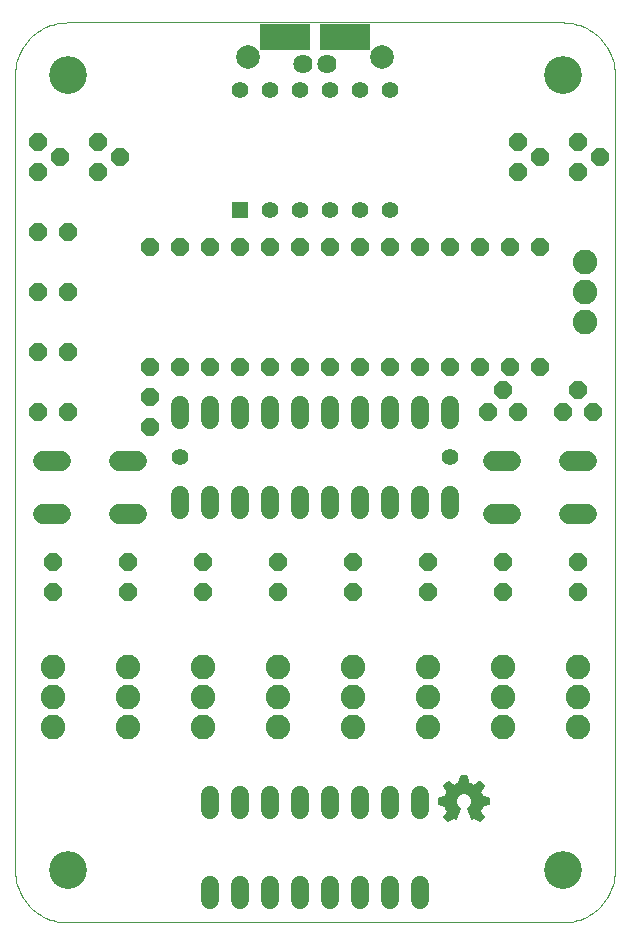
<source format=gts>
G75*
G70*
%OFA0B0*%
%FSLAX24Y24*%
%IPPOS*%
%LPD*%
%AMOC8*
5,1,8,0,0,1.08239X$1,22.5*
%
%ADD10C,0.0000*%
%ADD11C,0.0600*%
%ADD12OC8,0.0600*%
%ADD13R,0.0556X0.0556*%
%ADD14C,0.0556*%
%ADD15C,0.0789*%
%ADD16C,0.0820*%
%ADD17C,0.1261*%
%ADD18C,0.0680*%
%ADD19R,0.1655X0.0867*%
%ADD20C,0.0060*%
%ADD21C,0.0640*%
%ADD22C,0.0555*%
D10*
X000151Y001901D02*
X000151Y028401D01*
X001310Y028401D02*
X001312Y028449D01*
X001318Y028497D01*
X001328Y028544D01*
X001341Y028590D01*
X001359Y028635D01*
X001379Y028679D01*
X001404Y028721D01*
X001432Y028760D01*
X001462Y028797D01*
X001496Y028831D01*
X001533Y028863D01*
X001571Y028892D01*
X001612Y028917D01*
X001655Y028939D01*
X001700Y028957D01*
X001746Y028971D01*
X001793Y028982D01*
X001841Y028989D01*
X001889Y028992D01*
X001937Y028991D01*
X001985Y028986D01*
X002033Y028977D01*
X002079Y028965D01*
X002124Y028948D01*
X002168Y028928D01*
X002210Y028905D01*
X002250Y028878D01*
X002288Y028848D01*
X002323Y028815D01*
X002355Y028779D01*
X002385Y028741D01*
X002411Y028700D01*
X002433Y028657D01*
X002453Y028613D01*
X002468Y028568D01*
X002480Y028521D01*
X002488Y028473D01*
X002492Y028425D01*
X002492Y028377D01*
X002488Y028329D01*
X002480Y028281D01*
X002468Y028234D01*
X002453Y028189D01*
X002433Y028145D01*
X002411Y028102D01*
X002385Y028061D01*
X002355Y028023D01*
X002323Y027987D01*
X002288Y027954D01*
X002250Y027924D01*
X002210Y027897D01*
X002168Y027874D01*
X002124Y027854D01*
X002079Y027837D01*
X002033Y027825D01*
X001985Y027816D01*
X001937Y027811D01*
X001889Y027810D01*
X001841Y027813D01*
X001793Y027820D01*
X001746Y027831D01*
X001700Y027845D01*
X001655Y027863D01*
X001612Y027885D01*
X001571Y027910D01*
X001533Y027939D01*
X001496Y027971D01*
X001462Y028005D01*
X001432Y028042D01*
X001404Y028081D01*
X001379Y028123D01*
X001359Y028167D01*
X001341Y028212D01*
X001328Y028258D01*
X001318Y028305D01*
X001312Y028353D01*
X001310Y028401D01*
X000151Y028401D02*
X000153Y028484D01*
X000159Y028567D01*
X000169Y028650D01*
X000183Y028732D01*
X000200Y028814D01*
X000222Y028894D01*
X000247Y028973D01*
X000276Y029051D01*
X000309Y029128D01*
X000346Y029203D01*
X000385Y029276D01*
X000429Y029347D01*
X000475Y029416D01*
X000525Y029483D01*
X000578Y029547D01*
X000634Y029609D01*
X000693Y029668D01*
X000755Y029724D01*
X000819Y029777D01*
X000886Y029827D01*
X000955Y029873D01*
X001026Y029917D01*
X001099Y029956D01*
X001174Y029993D01*
X001251Y030026D01*
X001329Y030055D01*
X001408Y030080D01*
X001488Y030102D01*
X001570Y030119D01*
X001652Y030133D01*
X001735Y030143D01*
X001818Y030149D01*
X001901Y030151D01*
X018401Y030151D01*
X017810Y028401D02*
X017812Y028449D01*
X017818Y028497D01*
X017828Y028544D01*
X017841Y028590D01*
X017859Y028635D01*
X017879Y028679D01*
X017904Y028721D01*
X017932Y028760D01*
X017962Y028797D01*
X017996Y028831D01*
X018033Y028863D01*
X018071Y028892D01*
X018112Y028917D01*
X018155Y028939D01*
X018200Y028957D01*
X018246Y028971D01*
X018293Y028982D01*
X018341Y028989D01*
X018389Y028992D01*
X018437Y028991D01*
X018485Y028986D01*
X018533Y028977D01*
X018579Y028965D01*
X018624Y028948D01*
X018668Y028928D01*
X018710Y028905D01*
X018750Y028878D01*
X018788Y028848D01*
X018823Y028815D01*
X018855Y028779D01*
X018885Y028741D01*
X018911Y028700D01*
X018933Y028657D01*
X018953Y028613D01*
X018968Y028568D01*
X018980Y028521D01*
X018988Y028473D01*
X018992Y028425D01*
X018992Y028377D01*
X018988Y028329D01*
X018980Y028281D01*
X018968Y028234D01*
X018953Y028189D01*
X018933Y028145D01*
X018911Y028102D01*
X018885Y028061D01*
X018855Y028023D01*
X018823Y027987D01*
X018788Y027954D01*
X018750Y027924D01*
X018710Y027897D01*
X018668Y027874D01*
X018624Y027854D01*
X018579Y027837D01*
X018533Y027825D01*
X018485Y027816D01*
X018437Y027811D01*
X018389Y027810D01*
X018341Y027813D01*
X018293Y027820D01*
X018246Y027831D01*
X018200Y027845D01*
X018155Y027863D01*
X018112Y027885D01*
X018071Y027910D01*
X018033Y027939D01*
X017996Y027971D01*
X017962Y028005D01*
X017932Y028042D01*
X017904Y028081D01*
X017879Y028123D01*
X017859Y028167D01*
X017841Y028212D01*
X017828Y028258D01*
X017818Y028305D01*
X017812Y028353D01*
X017810Y028401D01*
X018401Y030151D02*
X018484Y030149D01*
X018567Y030143D01*
X018650Y030133D01*
X018732Y030119D01*
X018814Y030102D01*
X018894Y030080D01*
X018973Y030055D01*
X019051Y030026D01*
X019128Y029993D01*
X019203Y029956D01*
X019276Y029917D01*
X019347Y029873D01*
X019416Y029827D01*
X019483Y029777D01*
X019547Y029724D01*
X019609Y029668D01*
X019668Y029609D01*
X019724Y029547D01*
X019777Y029483D01*
X019827Y029416D01*
X019873Y029347D01*
X019917Y029276D01*
X019956Y029203D01*
X019993Y029128D01*
X020026Y029051D01*
X020055Y028973D01*
X020080Y028894D01*
X020102Y028814D01*
X020119Y028732D01*
X020133Y028650D01*
X020143Y028567D01*
X020149Y028484D01*
X020151Y028401D01*
X020151Y001901D01*
X017810Y001901D02*
X017812Y001949D01*
X017818Y001997D01*
X017828Y002044D01*
X017841Y002090D01*
X017859Y002135D01*
X017879Y002179D01*
X017904Y002221D01*
X017932Y002260D01*
X017962Y002297D01*
X017996Y002331D01*
X018033Y002363D01*
X018071Y002392D01*
X018112Y002417D01*
X018155Y002439D01*
X018200Y002457D01*
X018246Y002471D01*
X018293Y002482D01*
X018341Y002489D01*
X018389Y002492D01*
X018437Y002491D01*
X018485Y002486D01*
X018533Y002477D01*
X018579Y002465D01*
X018624Y002448D01*
X018668Y002428D01*
X018710Y002405D01*
X018750Y002378D01*
X018788Y002348D01*
X018823Y002315D01*
X018855Y002279D01*
X018885Y002241D01*
X018911Y002200D01*
X018933Y002157D01*
X018953Y002113D01*
X018968Y002068D01*
X018980Y002021D01*
X018988Y001973D01*
X018992Y001925D01*
X018992Y001877D01*
X018988Y001829D01*
X018980Y001781D01*
X018968Y001734D01*
X018953Y001689D01*
X018933Y001645D01*
X018911Y001602D01*
X018885Y001561D01*
X018855Y001523D01*
X018823Y001487D01*
X018788Y001454D01*
X018750Y001424D01*
X018710Y001397D01*
X018668Y001374D01*
X018624Y001354D01*
X018579Y001337D01*
X018533Y001325D01*
X018485Y001316D01*
X018437Y001311D01*
X018389Y001310D01*
X018341Y001313D01*
X018293Y001320D01*
X018246Y001331D01*
X018200Y001345D01*
X018155Y001363D01*
X018112Y001385D01*
X018071Y001410D01*
X018033Y001439D01*
X017996Y001471D01*
X017962Y001505D01*
X017932Y001542D01*
X017904Y001581D01*
X017879Y001623D01*
X017859Y001667D01*
X017841Y001712D01*
X017828Y001758D01*
X017818Y001805D01*
X017812Y001853D01*
X017810Y001901D01*
X018401Y000151D02*
X018484Y000153D01*
X018567Y000159D01*
X018650Y000169D01*
X018732Y000183D01*
X018814Y000200D01*
X018894Y000222D01*
X018973Y000247D01*
X019051Y000276D01*
X019128Y000309D01*
X019203Y000346D01*
X019276Y000385D01*
X019347Y000429D01*
X019416Y000475D01*
X019483Y000525D01*
X019547Y000578D01*
X019609Y000634D01*
X019668Y000693D01*
X019724Y000755D01*
X019777Y000819D01*
X019827Y000886D01*
X019873Y000955D01*
X019917Y001026D01*
X019956Y001099D01*
X019993Y001174D01*
X020026Y001251D01*
X020055Y001329D01*
X020080Y001408D01*
X020102Y001488D01*
X020119Y001570D01*
X020133Y001652D01*
X020143Y001735D01*
X020149Y001818D01*
X020151Y001901D01*
X018401Y000151D02*
X001901Y000151D01*
X001310Y001901D02*
X001312Y001949D01*
X001318Y001997D01*
X001328Y002044D01*
X001341Y002090D01*
X001359Y002135D01*
X001379Y002179D01*
X001404Y002221D01*
X001432Y002260D01*
X001462Y002297D01*
X001496Y002331D01*
X001533Y002363D01*
X001571Y002392D01*
X001612Y002417D01*
X001655Y002439D01*
X001700Y002457D01*
X001746Y002471D01*
X001793Y002482D01*
X001841Y002489D01*
X001889Y002492D01*
X001937Y002491D01*
X001985Y002486D01*
X002033Y002477D01*
X002079Y002465D01*
X002124Y002448D01*
X002168Y002428D01*
X002210Y002405D01*
X002250Y002378D01*
X002288Y002348D01*
X002323Y002315D01*
X002355Y002279D01*
X002385Y002241D01*
X002411Y002200D01*
X002433Y002157D01*
X002453Y002113D01*
X002468Y002068D01*
X002480Y002021D01*
X002488Y001973D01*
X002492Y001925D01*
X002492Y001877D01*
X002488Y001829D01*
X002480Y001781D01*
X002468Y001734D01*
X002453Y001689D01*
X002433Y001645D01*
X002411Y001602D01*
X002385Y001561D01*
X002355Y001523D01*
X002323Y001487D01*
X002288Y001454D01*
X002250Y001424D01*
X002210Y001397D01*
X002168Y001374D01*
X002124Y001354D01*
X002079Y001337D01*
X002033Y001325D01*
X001985Y001316D01*
X001937Y001311D01*
X001889Y001310D01*
X001841Y001313D01*
X001793Y001320D01*
X001746Y001331D01*
X001700Y001345D01*
X001655Y001363D01*
X001612Y001385D01*
X001571Y001410D01*
X001533Y001439D01*
X001496Y001471D01*
X001462Y001505D01*
X001432Y001542D01*
X001404Y001581D01*
X001379Y001623D01*
X001359Y001667D01*
X001341Y001712D01*
X001328Y001758D01*
X001318Y001805D01*
X001312Y001853D01*
X001310Y001901D01*
X000151Y001901D02*
X000153Y001818D01*
X000159Y001735D01*
X000169Y001652D01*
X000183Y001570D01*
X000200Y001488D01*
X000222Y001408D01*
X000247Y001329D01*
X000276Y001251D01*
X000309Y001174D01*
X000346Y001099D01*
X000385Y001026D01*
X000429Y000955D01*
X000475Y000886D01*
X000525Y000819D01*
X000578Y000755D01*
X000634Y000693D01*
X000693Y000634D01*
X000755Y000578D01*
X000819Y000525D01*
X000886Y000475D01*
X000955Y000429D01*
X001026Y000385D01*
X001099Y000346D01*
X001174Y000309D01*
X001251Y000276D01*
X001329Y000247D01*
X001408Y000222D01*
X001488Y000200D01*
X001570Y000183D01*
X001652Y000169D01*
X001735Y000159D01*
X001818Y000153D01*
X001901Y000151D01*
D11*
X006651Y000891D02*
X006651Y001411D01*
X007651Y001411D02*
X007651Y000891D01*
X008651Y000891D02*
X008651Y001411D01*
X009651Y001411D02*
X009651Y000891D01*
X010651Y000891D02*
X010651Y001411D01*
X011651Y001411D02*
X011651Y000891D01*
X012651Y000891D02*
X012651Y001411D01*
X013651Y001411D02*
X013651Y000891D01*
X013651Y003891D02*
X013651Y004411D01*
X012651Y004411D02*
X012651Y003891D01*
X011651Y003891D02*
X011651Y004411D01*
X010651Y004411D02*
X010651Y003891D01*
X009651Y003891D02*
X009651Y004411D01*
X008651Y004411D02*
X008651Y003891D01*
X007651Y003891D02*
X007651Y004411D01*
X006651Y004411D02*
X006651Y003891D01*
X006651Y013891D02*
X006651Y014411D01*
X005651Y014411D02*
X005651Y013891D01*
X007651Y013891D02*
X007651Y014411D01*
X008651Y014411D02*
X008651Y013891D01*
X009651Y013891D02*
X009651Y014411D01*
X010651Y014411D02*
X010651Y013891D01*
X011651Y013891D02*
X011651Y014411D01*
X012651Y014411D02*
X012651Y013891D01*
X013651Y013891D02*
X013651Y014411D01*
X014651Y014411D02*
X014651Y013891D01*
X014651Y016891D02*
X014651Y017411D01*
X013651Y017411D02*
X013651Y016891D01*
X012651Y016891D02*
X012651Y017411D01*
X011651Y017411D02*
X011651Y016891D01*
X010651Y016891D02*
X010651Y017411D01*
X009651Y017411D02*
X009651Y016891D01*
X008651Y016891D02*
X008651Y017411D01*
X007651Y017411D02*
X007651Y016891D01*
X006651Y016891D02*
X006651Y017411D01*
X005651Y017411D02*
X005651Y016891D01*
D12*
X004651Y016651D03*
X004651Y017651D03*
X004651Y018651D03*
X005651Y018651D03*
X006651Y018651D03*
X007651Y018651D03*
X008651Y018651D03*
X009651Y018651D03*
X010651Y018651D03*
X011651Y018651D03*
X012651Y018651D03*
X013651Y018651D03*
X014651Y018651D03*
X015651Y018651D03*
X016401Y017901D03*
X016651Y018651D03*
X017651Y018651D03*
X016901Y017151D03*
X015901Y017151D03*
X018401Y017151D03*
X018901Y017901D03*
X019401Y017151D03*
X018901Y012151D03*
X018901Y011151D03*
X016401Y011151D03*
X016401Y012151D03*
X013901Y012151D03*
X013901Y011151D03*
X011401Y011151D03*
X011401Y012151D03*
X008901Y012151D03*
X008901Y011151D03*
X006401Y011151D03*
X006401Y012151D03*
X003901Y012151D03*
X003901Y011151D03*
X001401Y011151D03*
X001401Y012151D03*
X000901Y017151D03*
X001901Y017151D03*
X001901Y019151D03*
X000901Y019151D03*
X000901Y021151D03*
X001901Y021151D03*
X001901Y023151D03*
X000901Y023151D03*
X000901Y025151D03*
X001651Y025651D03*
X000901Y026151D03*
X002901Y026151D03*
X003651Y025651D03*
X002901Y025151D03*
X004651Y022651D03*
X005651Y022651D03*
X006651Y022651D03*
X007651Y022651D03*
X008651Y022651D03*
X009651Y022651D03*
X010651Y022651D03*
X011651Y022651D03*
X012651Y022651D03*
X013651Y022651D03*
X014651Y022651D03*
X015651Y022651D03*
X016651Y022651D03*
X017651Y022651D03*
X016901Y025151D03*
X017651Y025651D03*
X016901Y026151D03*
X018901Y026151D03*
X019651Y025651D03*
X018901Y025151D03*
D13*
X007651Y023901D03*
D14*
X008651Y023901D03*
X009651Y023901D03*
X010651Y023901D03*
X011651Y023901D03*
X012651Y023901D03*
X012651Y027901D03*
X011651Y027901D03*
X010651Y027901D03*
X009651Y027901D03*
X008651Y027901D03*
X007651Y027901D03*
D15*
X007911Y029006D03*
X012391Y029006D03*
D16*
X019151Y022151D03*
X019151Y021151D03*
X019151Y020151D03*
X018901Y008651D03*
X018901Y007651D03*
X018901Y006651D03*
X016401Y006651D03*
X016401Y007651D03*
X016401Y008651D03*
X013901Y008651D03*
X013901Y007651D03*
X013901Y006651D03*
X011401Y006651D03*
X011401Y007651D03*
X011401Y008651D03*
X008901Y008651D03*
X008901Y007651D03*
X008901Y006651D03*
X006401Y006651D03*
X006401Y007651D03*
X006401Y008651D03*
X003901Y008651D03*
X003901Y007651D03*
X003901Y006651D03*
X001401Y006651D03*
X001401Y007651D03*
X001401Y008651D03*
D17*
X001901Y001901D03*
X018401Y001901D03*
X018401Y028401D03*
X001901Y028401D03*
D18*
X001671Y015541D02*
X001071Y015541D01*
X001071Y013761D02*
X001671Y013761D01*
X003631Y013761D02*
X004231Y013761D01*
X004231Y015541D02*
X003631Y015541D01*
X016071Y015541D02*
X016671Y015541D01*
X016671Y013761D02*
X016071Y013761D01*
X018631Y013761D02*
X019231Y013761D01*
X019231Y015541D02*
X018631Y015541D01*
D19*
X011151Y029651D03*
X009151Y029651D03*
D20*
X015016Y005026D02*
X015206Y005026D01*
X015256Y004786D01*
X015226Y004776D02*
X014976Y004776D01*
X015026Y004976D01*
X015176Y004976D01*
X015226Y004776D01*
X015426Y004676D01*
X015626Y004826D01*
X015726Y004726D01*
X015626Y004526D01*
X015726Y004276D01*
X015926Y004276D01*
X015926Y004126D01*
X015676Y004076D01*
X015626Y003826D01*
X015726Y003676D01*
X015626Y003576D01*
X015476Y003676D01*
X015376Y003626D01*
X015276Y003926D01*
X015426Y004126D01*
X015376Y004376D01*
X015176Y004476D01*
X014976Y004476D01*
X014826Y004326D01*
X014826Y004026D01*
X014976Y003926D01*
X014826Y003676D01*
X014776Y003676D01*
X014626Y003576D01*
X014526Y003676D01*
X014626Y003826D01*
X014526Y004076D01*
X014326Y004126D01*
X014326Y004276D01*
X014526Y004276D01*
X014626Y004526D01*
X014476Y004726D01*
X014626Y004826D01*
X014776Y004676D01*
X014976Y004776D01*
X014966Y004786D02*
X015016Y005026D01*
X015020Y004952D02*
X015182Y004952D01*
X015197Y004893D02*
X015005Y004893D01*
X014991Y004835D02*
X015212Y004835D01*
X015343Y004718D02*
X014859Y004718D01*
X014786Y004716D02*
X014596Y004846D01*
X014456Y004706D01*
X014586Y004516D01*
X014614Y004542D02*
X015634Y004542D01*
X015636Y004516D02*
X015776Y004706D01*
X015636Y004846D01*
X015436Y004716D01*
X015481Y004718D02*
X015722Y004718D01*
X015693Y004659D02*
X014527Y004659D01*
X014570Y004600D02*
X015663Y004600D01*
X015643Y004483D02*
X014609Y004483D01*
X014586Y004425D02*
X014925Y004425D01*
X014866Y004366D02*
X014562Y004366D01*
X014539Y004308D02*
X014826Y004308D01*
X014826Y004249D02*
X014326Y004249D01*
X014326Y004191D02*
X014826Y004191D01*
X014826Y004132D02*
X014326Y004132D01*
X014276Y004086D02*
X014496Y004046D01*
X014527Y004074D02*
X014826Y004074D01*
X014843Y004015D02*
X014551Y004015D01*
X014574Y003956D02*
X014931Y003956D01*
X014959Y003898D02*
X014597Y003898D01*
X014576Y003846D02*
X014456Y003666D01*
X014596Y003526D01*
X014776Y003646D01*
X014846Y003606D01*
X014996Y003946D01*
X014924Y003839D02*
X014621Y003839D01*
X014596Y003781D02*
X014889Y003781D01*
X014854Y003722D02*
X014557Y003722D01*
X014539Y003664D02*
X014758Y003664D01*
X014670Y003605D02*
X014597Y003605D01*
X014276Y004086D02*
X014276Y004286D01*
X014506Y004326D01*
X014483Y004718D02*
X014735Y004718D01*
X014676Y004776D02*
X014551Y004776D01*
X014498Y004030D02*
X014513Y003983D01*
X014531Y003937D01*
X014553Y003893D01*
X014578Y003851D01*
X014789Y004712D02*
X014831Y004735D01*
X014874Y004754D01*
X014919Y004771D01*
X014965Y004783D01*
X015279Y004425D02*
X015667Y004425D01*
X015690Y004366D02*
X015378Y004366D01*
X015390Y004308D02*
X015714Y004308D01*
X015726Y004326D02*
X015946Y004286D01*
X015946Y004086D01*
X015726Y004046D01*
X015676Y004074D02*
X015387Y004074D01*
X015425Y004132D02*
X015926Y004132D01*
X015926Y004191D02*
X015413Y004191D01*
X015402Y004249D02*
X015926Y004249D01*
X015664Y004015D02*
X015343Y004015D01*
X015299Y003956D02*
X015652Y003956D01*
X015641Y003898D02*
X015286Y003898D01*
X015305Y003839D02*
X015629Y003839D01*
X015646Y003846D02*
X015776Y003666D01*
X015636Y003526D01*
X015456Y003646D01*
X015376Y003606D01*
X015236Y003946D01*
X015325Y003781D02*
X015656Y003781D01*
X015695Y003722D02*
X015344Y003722D01*
X015364Y003664D02*
X015451Y003664D01*
X015495Y003664D02*
X015714Y003664D01*
X015655Y003605D02*
X015583Y003605D01*
X015728Y004327D02*
X015716Y004367D01*
X015701Y004406D01*
X015683Y004444D01*
X015663Y004480D01*
X015641Y004515D01*
X015676Y004776D02*
X015559Y004776D01*
X015236Y003946D02*
X015264Y003962D01*
X015291Y003981D01*
X015314Y004003D01*
X015335Y004028D01*
X015353Y004056D01*
X015368Y004085D01*
X015378Y004116D01*
X015386Y004147D01*
X015389Y004180D01*
X015388Y004212D01*
X015384Y004245D01*
X015375Y004276D01*
X015363Y004306D01*
X015348Y004335D01*
X015329Y004362D01*
X015307Y004386D01*
X015283Y004407D01*
X015256Y004426D01*
X015227Y004441D01*
X015196Y004452D01*
X015165Y004460D01*
X015132Y004464D01*
X015100Y004464D01*
X015067Y004460D01*
X015036Y004452D01*
X015005Y004441D01*
X014976Y004426D01*
X014949Y004407D01*
X014925Y004386D01*
X014903Y004362D01*
X014884Y004335D01*
X014869Y004306D01*
X014857Y004276D01*
X014848Y004245D01*
X014844Y004212D01*
X014843Y004180D01*
X014846Y004147D01*
X014854Y004116D01*
X014864Y004085D01*
X014879Y004056D01*
X014897Y004028D01*
X014918Y004003D01*
X014941Y003981D01*
X014968Y003962D01*
X014996Y003946D01*
X014504Y004328D02*
X014515Y004368D01*
X014529Y004407D01*
X014545Y004444D01*
X014564Y004481D01*
X014585Y004516D01*
X015725Y004047D02*
X015715Y004005D01*
X015702Y003964D01*
X015686Y003924D01*
X015667Y003885D01*
X015645Y003848D01*
X015436Y004716D02*
X015393Y004739D01*
X015349Y004759D01*
X015303Y004775D01*
X015257Y004787D01*
D21*
X010545Y028776D03*
X009757Y028776D03*
D22*
X005651Y015651D03*
X014651Y015651D03*
M02*

</source>
